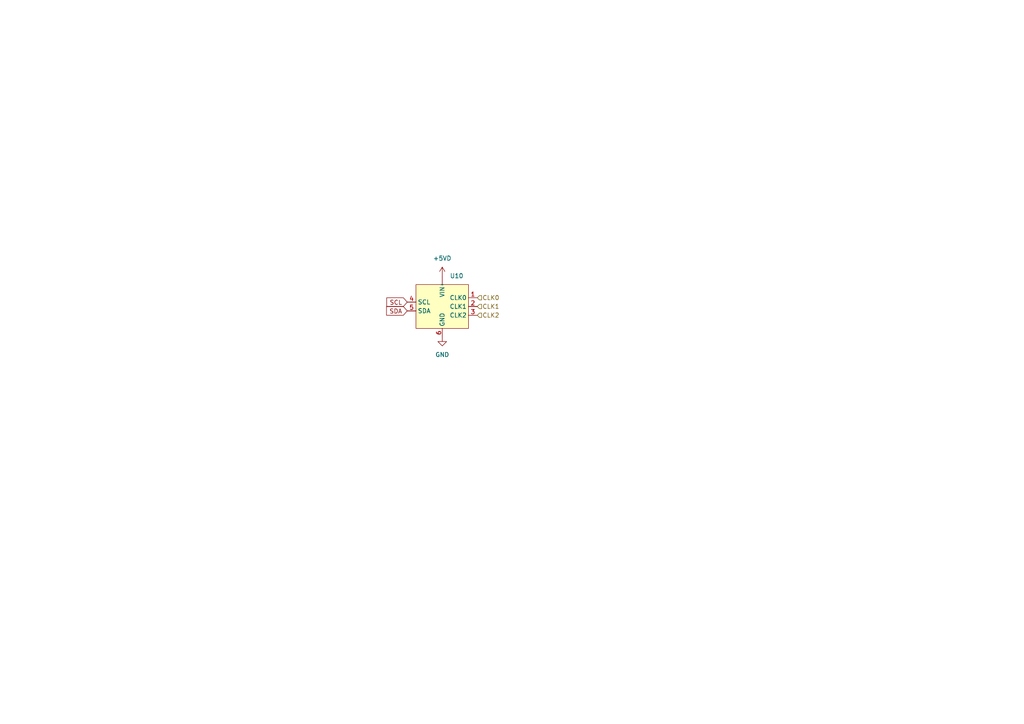
<source format=kicad_sch>
(kicad_sch (version 20230121) (generator eeschema)
  (paper "A4")
  (lib_symbols
    (symbol "pico-sdx:Si5351A_Clock_Generator_Breakout_"
      (property "Reference" "U" (at -7.62 7.62 0))
      (symbol "Si5351A_Clock_Generator_Breakout__1_1"
        (rectangle (start -7.62 6.35) (end 7.62 -6.35) (fill (type background)))
        (pin power_in line (at 0 8.89 270) (length 2.54) (name "VIN") (number ""))
        (pin output line (at 10.16 2.54 180) (length 2.54) (name "CLK0") (number "1"))
        (pin output line (at 10.16 0 180) (length 2.54) (name "CLK1") (number "2"))
        (pin output line (at 10.16 -2.54 180) (length 2.54) (name "CLK2") (number "3"))
        (pin input line (at -10.16 1.27 0) (length 2.54) (name "SCL") (number "4"))
        (pin bidirectional line (at -10.16 -1.27 0) (length 2.54) (name "SDA") (number "5"))
        (pin power_in line (at 0 -8.89 90) (length 2.54) (name "GND") (number "6"))
      )
    )
    (symbol "power:+5VD" (power) (pin_names (offset 0))
      (property "Value" "+5VD" (at 0 3.556 0))
      (symbol "+5VD_0_1"
        (polyline (pts (xy -0.762 1.27) (xy 0 2.54)))
        (polyline (pts (xy 0 0) (xy 0 2.54)))
        (polyline (pts (xy 0 2.54) (xy 0.762 1.27)))
      )
      (symbol "+5VD_1_1"
        (pin power_in line (at 0 0 90) (length 0) hide (name "+5VD") (number "1"))
      )
    )
    (symbol "power:GND" (power) (pin_names (offset 0))
      (property "Value" "GND" (at 0 -3.81 0))
      (symbol "GND_0_1"
        (polyline (pts (xy 0 0) (xy 0 -1.27) (xy 1.27 -1.27) (xy 0 -2.54) (xy -1.27 -1.27) (xy 0 -1.27)))
      )
      (symbol "GND_1_1"
        (pin power_in line (at 0 0 270) (length 0) hide (name "GND") (number "1"))
      )
    )
  )
  (global_label "SDA" (shape input) (at 118.11 90.17 180) (property "Intersheetrefs" "${INTERSHEET_REFS}" (effects hide)))
  (global_label "SCL" (shape input) (at 118.11 87.63 180) (property "Intersheetrefs" "${INTERSHEET_REFS}" (effects hide)))
  (hierarchical_label "CLK0" (shape input) (at 138.43 86.36 0))
  (hierarchical_label "CLK2" (shape input) (at 138.43 91.44 0))
  (hierarchical_label "CLK1" (shape input) (at 138.43 88.9 0))
  (symbol (lib_id "pico-sdx:Si5351A_Clock_Generator_Breakout_") (at 128.27 88.9 0) (unit 1)
    (property "Reference" "U10" (at 130.4641 80.01 0) (effects (justify left)))
    (property "Value" "~" (at 128.27 82.55 0))
    (property "Footprint" "pico-sdx:Module_Si5351" (effects hide))
  )
  (symbol (lib_id "power:+5VD") (at 128.27 80.01 0) (unit 1)
    (property "Reference" "#PWR067" (effects hide))
    (property "Value" "+5VD" (at 128.27 74.93 0))
  )
  (symbol (lib_id "power:GND") (at 128.27 97.79 0) (unit 1)
    (property "Reference" "#PWR066" (effects hide))
    (property "Value" "GND" (at 128.27 102.87 0))
  )
)
</source>
